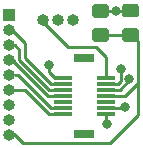
<source format=gtl>
G04 #@! TF.GenerationSoftware,KiCad,Pcbnew,5.1.5-52549c5~84~ubuntu19.04.1*
G04 #@! TF.CreationDate,2020-03-13T14:57:39+01:00*
G04 #@! TF.ProjectId,ADcmXL3021_adapter,4144636d-584c-4333-9032-315f61646170,rev?*
G04 #@! TF.SameCoordinates,Original*
G04 #@! TF.FileFunction,Copper,L1,Top*
G04 #@! TF.FilePolarity,Positive*
%FSLAX46Y46*%
G04 Gerber Fmt 4.6, Leading zero omitted, Abs format (unit mm)*
G04 Created by KiCad (PCBNEW 5.1.5-52549c5~84~ubuntu19.04.1) date 2020-03-13 14:57:39*
%MOMM*%
%LPD*%
G04 APERTURE LIST*
%ADD10O,1.000000X1.000000*%
%ADD11R,1.000000X1.000000*%
%ADD12R,1.800000X0.800000*%
%ADD13R,1.600000X0.300000*%
%ADD14C,0.101600*%
%ADD15C,0.800000*%
%ADD16C,0.250000*%
G04 APERTURE END LIST*
D10*
X127254000Y-85344000D03*
X127254000Y-84074000D03*
X127254000Y-82804000D03*
X127254000Y-81534000D03*
X127254000Y-80264000D03*
X127254000Y-78994000D03*
X127254000Y-77724000D03*
X127254000Y-76454000D03*
D11*
X127254000Y-75184000D03*
D10*
X132638800Y-75565000D03*
X131368800Y-75565000D03*
X130098800Y-75565000D03*
D12*
X133604000Y-85292000D03*
X133604000Y-78792000D03*
D13*
X131804000Y-83542000D03*
X135404000Y-83542000D03*
X131804000Y-83042000D03*
X135404000Y-83042000D03*
X131804000Y-82542000D03*
X135404000Y-82542000D03*
X131804000Y-82042000D03*
X135404000Y-82042000D03*
X131804000Y-81542000D03*
X135404000Y-81542000D03*
X131804000Y-81042000D03*
X135404000Y-81042000D03*
X131804000Y-80542000D03*
X135404000Y-80542000D03*
G04 #@! TA.AperFunction,SMDPad,CuDef*
D14*
G36*
X135450105Y-74254604D02*
G01*
X135474373Y-74258204D01*
X135498172Y-74264165D01*
X135521271Y-74272430D01*
X135543450Y-74282920D01*
X135564493Y-74295532D01*
X135584199Y-74310147D01*
X135602377Y-74326623D01*
X135618853Y-74344801D01*
X135633468Y-74364507D01*
X135646080Y-74385550D01*
X135656570Y-74407729D01*
X135664835Y-74430828D01*
X135670796Y-74454627D01*
X135674396Y-74478895D01*
X135675600Y-74503399D01*
X135675600Y-75153401D01*
X135674396Y-75177905D01*
X135670796Y-75202173D01*
X135664835Y-75225972D01*
X135656570Y-75249071D01*
X135646080Y-75271250D01*
X135633468Y-75292293D01*
X135618853Y-75311999D01*
X135602377Y-75330177D01*
X135584199Y-75346653D01*
X135564493Y-75361268D01*
X135543450Y-75373880D01*
X135521271Y-75384370D01*
X135498172Y-75392635D01*
X135474373Y-75398596D01*
X135450105Y-75402196D01*
X135425601Y-75403400D01*
X134525599Y-75403400D01*
X134501095Y-75402196D01*
X134476827Y-75398596D01*
X134453028Y-75392635D01*
X134429929Y-75384370D01*
X134407750Y-75373880D01*
X134386707Y-75361268D01*
X134367001Y-75346653D01*
X134348823Y-75330177D01*
X134332347Y-75311999D01*
X134317732Y-75292293D01*
X134305120Y-75271250D01*
X134294630Y-75249071D01*
X134286365Y-75225972D01*
X134280404Y-75202173D01*
X134276804Y-75177905D01*
X134275600Y-75153401D01*
X134275600Y-74503399D01*
X134276804Y-74478895D01*
X134280404Y-74454627D01*
X134286365Y-74430828D01*
X134294630Y-74407729D01*
X134305120Y-74385550D01*
X134317732Y-74364507D01*
X134332347Y-74344801D01*
X134348823Y-74326623D01*
X134367001Y-74310147D01*
X134386707Y-74295532D01*
X134407750Y-74282920D01*
X134429929Y-74272430D01*
X134453028Y-74264165D01*
X134476827Y-74258204D01*
X134501095Y-74254604D01*
X134525599Y-74253400D01*
X135425601Y-74253400D01*
X135450105Y-74254604D01*
G37*
G04 #@! TD.AperFunction*
G04 #@! TA.AperFunction,SMDPad,CuDef*
G36*
X135450105Y-76304604D02*
G01*
X135474373Y-76308204D01*
X135498172Y-76314165D01*
X135521271Y-76322430D01*
X135543450Y-76332920D01*
X135564493Y-76345532D01*
X135584199Y-76360147D01*
X135602377Y-76376623D01*
X135618853Y-76394801D01*
X135633468Y-76414507D01*
X135646080Y-76435550D01*
X135656570Y-76457729D01*
X135664835Y-76480828D01*
X135670796Y-76504627D01*
X135674396Y-76528895D01*
X135675600Y-76553399D01*
X135675600Y-77203401D01*
X135674396Y-77227905D01*
X135670796Y-77252173D01*
X135664835Y-77275972D01*
X135656570Y-77299071D01*
X135646080Y-77321250D01*
X135633468Y-77342293D01*
X135618853Y-77361999D01*
X135602377Y-77380177D01*
X135584199Y-77396653D01*
X135564493Y-77411268D01*
X135543450Y-77423880D01*
X135521271Y-77434370D01*
X135498172Y-77442635D01*
X135474373Y-77448596D01*
X135450105Y-77452196D01*
X135425601Y-77453400D01*
X134525599Y-77453400D01*
X134501095Y-77452196D01*
X134476827Y-77448596D01*
X134453028Y-77442635D01*
X134429929Y-77434370D01*
X134407750Y-77423880D01*
X134386707Y-77411268D01*
X134367001Y-77396653D01*
X134348823Y-77380177D01*
X134332347Y-77361999D01*
X134317732Y-77342293D01*
X134305120Y-77321250D01*
X134294630Y-77299071D01*
X134286365Y-77275972D01*
X134280404Y-77252173D01*
X134276804Y-77227905D01*
X134275600Y-77203401D01*
X134275600Y-76553399D01*
X134276804Y-76528895D01*
X134280404Y-76504627D01*
X134286365Y-76480828D01*
X134294630Y-76457729D01*
X134305120Y-76435550D01*
X134317732Y-76414507D01*
X134332347Y-76394801D01*
X134348823Y-76376623D01*
X134367001Y-76360147D01*
X134386707Y-76345532D01*
X134407750Y-76332920D01*
X134429929Y-76322430D01*
X134453028Y-76314165D01*
X134476827Y-76308204D01*
X134501095Y-76304604D01*
X134525599Y-76303400D01*
X135425601Y-76303400D01*
X135450105Y-76304604D01*
G37*
G04 #@! TD.AperFunction*
G04 #@! TA.AperFunction,SMDPad,CuDef*
G36*
X137990105Y-74236604D02*
G01*
X138014373Y-74240204D01*
X138038172Y-74246165D01*
X138061271Y-74254430D01*
X138083450Y-74264920D01*
X138104493Y-74277532D01*
X138124199Y-74292147D01*
X138142377Y-74308623D01*
X138158853Y-74326801D01*
X138173468Y-74346507D01*
X138186080Y-74367550D01*
X138196570Y-74389729D01*
X138204835Y-74412828D01*
X138210796Y-74436627D01*
X138214396Y-74460895D01*
X138215600Y-74485399D01*
X138215600Y-75135401D01*
X138214396Y-75159905D01*
X138210796Y-75184173D01*
X138204835Y-75207972D01*
X138196570Y-75231071D01*
X138186080Y-75253250D01*
X138173468Y-75274293D01*
X138158853Y-75293999D01*
X138142377Y-75312177D01*
X138124199Y-75328653D01*
X138104493Y-75343268D01*
X138083450Y-75355880D01*
X138061271Y-75366370D01*
X138038172Y-75374635D01*
X138014373Y-75380596D01*
X137990105Y-75384196D01*
X137965601Y-75385400D01*
X137065599Y-75385400D01*
X137041095Y-75384196D01*
X137016827Y-75380596D01*
X136993028Y-75374635D01*
X136969929Y-75366370D01*
X136947750Y-75355880D01*
X136926707Y-75343268D01*
X136907001Y-75328653D01*
X136888823Y-75312177D01*
X136872347Y-75293999D01*
X136857732Y-75274293D01*
X136845120Y-75253250D01*
X136834630Y-75231071D01*
X136826365Y-75207972D01*
X136820404Y-75184173D01*
X136816804Y-75159905D01*
X136815600Y-75135401D01*
X136815600Y-74485399D01*
X136816804Y-74460895D01*
X136820404Y-74436627D01*
X136826365Y-74412828D01*
X136834630Y-74389729D01*
X136845120Y-74367550D01*
X136857732Y-74346507D01*
X136872347Y-74326801D01*
X136888823Y-74308623D01*
X136907001Y-74292147D01*
X136926707Y-74277532D01*
X136947750Y-74264920D01*
X136969929Y-74254430D01*
X136993028Y-74246165D01*
X137016827Y-74240204D01*
X137041095Y-74236604D01*
X137065599Y-74235400D01*
X137965601Y-74235400D01*
X137990105Y-74236604D01*
G37*
G04 #@! TD.AperFunction*
G04 #@! TA.AperFunction,SMDPad,CuDef*
G36*
X137990105Y-76286604D02*
G01*
X138014373Y-76290204D01*
X138038172Y-76296165D01*
X138061271Y-76304430D01*
X138083450Y-76314920D01*
X138104493Y-76327532D01*
X138124199Y-76342147D01*
X138142377Y-76358623D01*
X138158853Y-76376801D01*
X138173468Y-76396507D01*
X138186080Y-76417550D01*
X138196570Y-76439729D01*
X138204835Y-76462828D01*
X138210796Y-76486627D01*
X138214396Y-76510895D01*
X138215600Y-76535399D01*
X138215600Y-77185401D01*
X138214396Y-77209905D01*
X138210796Y-77234173D01*
X138204835Y-77257972D01*
X138196570Y-77281071D01*
X138186080Y-77303250D01*
X138173468Y-77324293D01*
X138158853Y-77343999D01*
X138142377Y-77362177D01*
X138124199Y-77378653D01*
X138104493Y-77393268D01*
X138083450Y-77405880D01*
X138061271Y-77416370D01*
X138038172Y-77424635D01*
X138014373Y-77430596D01*
X137990105Y-77434196D01*
X137965601Y-77435400D01*
X137065599Y-77435400D01*
X137041095Y-77434196D01*
X137016827Y-77430596D01*
X136993028Y-77424635D01*
X136969929Y-77416370D01*
X136947750Y-77405880D01*
X136926707Y-77393268D01*
X136907001Y-77378653D01*
X136888823Y-77362177D01*
X136872347Y-77343999D01*
X136857732Y-77324293D01*
X136845120Y-77303250D01*
X136834630Y-77281071D01*
X136826365Y-77257972D01*
X136820404Y-77234173D01*
X136816804Y-77209905D01*
X136815600Y-77185401D01*
X136815600Y-76535399D01*
X136816804Y-76510895D01*
X136820404Y-76486627D01*
X136826365Y-76462828D01*
X136834630Y-76439729D01*
X136845120Y-76417550D01*
X136857732Y-76396507D01*
X136872347Y-76376801D01*
X136888823Y-76358623D01*
X136907001Y-76342147D01*
X136926707Y-76327532D01*
X136947750Y-76314920D01*
X136969929Y-76304430D01*
X136993028Y-76296165D01*
X137016827Y-76290204D01*
X137041095Y-76286604D01*
X137065599Y-76285400D01*
X137965601Y-76285400D01*
X137990105Y-76286604D01*
G37*
G04 #@! TD.AperFunction*
D15*
X136245600Y-74828400D03*
X130606800Y-79451200D03*
X136702800Y-79756000D03*
X137427800Y-80575233D03*
X137058400Y-83007200D03*
X135483600Y-84378800D03*
D16*
X136263600Y-74810400D02*
X136245600Y-74828400D01*
X137515600Y-74810400D02*
X136263600Y-74810400D01*
X134975600Y-74828400D02*
X136245600Y-74828400D01*
X131154000Y-80542000D02*
X130606800Y-79994800D01*
X131804000Y-80542000D02*
X131154000Y-80542000D01*
X130606800Y-79994800D02*
X130606800Y-79451200D01*
X135404000Y-82042000D02*
X137034035Y-82042000D01*
X137034035Y-82042000D02*
X138176000Y-80900035D01*
X138176000Y-80900035D02*
X138176000Y-77419200D01*
X138176000Y-77419200D02*
X138023600Y-77266800D01*
X137515600Y-76860400D02*
X136815600Y-76860400D01*
X136815600Y-76860400D02*
X135077200Y-76860400D01*
X135780801Y-86018201D02*
X128385401Y-86018201D01*
X128385401Y-86018201D02*
X127660400Y-85293200D01*
X138176000Y-83623002D02*
X135780801Y-86018201D01*
X138176000Y-80900035D02*
X138176000Y-83623002D01*
X135404000Y-78706998D02*
X134624202Y-77927200D01*
X135404000Y-80542000D02*
X135404000Y-78706998D01*
X134624202Y-77927200D02*
X132232400Y-77927200D01*
X132232400Y-77927200D02*
X130200400Y-75895200D01*
X128574800Y-77571600D02*
X127609600Y-76606400D01*
X128574800Y-78847802D02*
X128574800Y-77571600D01*
X130768998Y-81042000D02*
X128574800Y-78847802D01*
X131804000Y-81042000D02*
X130768998Y-81042000D01*
X136702800Y-80793200D02*
X136702800Y-79756000D01*
X136454000Y-81042000D02*
X136702800Y-80793200D01*
X135404000Y-81042000D02*
X136454000Y-81042000D01*
X128090790Y-79000202D02*
X128090790Y-78103590D01*
X128090790Y-78103590D02*
X127711200Y-77724000D01*
X131804000Y-81542000D02*
X130632588Y-81542000D01*
X130632588Y-81542000D02*
X128090790Y-79000202D01*
X137427800Y-80704610D02*
X137427800Y-80575233D01*
X136590410Y-81542000D02*
X137427800Y-80704610D01*
X135404000Y-81542000D02*
X136590410Y-81542000D01*
X127609600Y-79155422D02*
X127609600Y-78994000D01*
X131804000Y-82042000D02*
X130496178Y-82042000D01*
X130496178Y-82042000D02*
X127609600Y-79155422D01*
X130754000Y-83042000D02*
X129195200Y-81483200D01*
X131804000Y-83042000D02*
X130754000Y-83042000D01*
X129195200Y-81483200D02*
X129184400Y-81483200D01*
X129184400Y-81483200D02*
X127965200Y-80264000D01*
X127965200Y-80264000D02*
X127711200Y-80264000D01*
X137023600Y-83042000D02*
X137058400Y-83007200D01*
X135404000Y-83042000D02*
X137023600Y-83042000D01*
X131804000Y-83542000D02*
X130606790Y-83542000D01*
X130606790Y-83542000D02*
X128997999Y-81933209D01*
X128997999Y-81933209D02*
X128612195Y-81547405D01*
X128612195Y-81547405D02*
X128598790Y-81534000D01*
X128598790Y-81534000D02*
X127609600Y-81534000D01*
X135404000Y-83542000D02*
X135404000Y-84299200D01*
X135404000Y-84299200D02*
X135483600Y-84378800D01*
M02*

</source>
